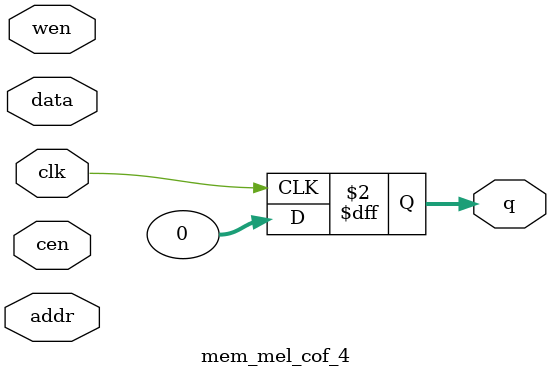
<source format=v>
module mem_mel_cof_4 (clk, addr, cen, wen, data, q);
parameter DATA_WIDTH =  32;
input clk;
input [11:0] addr;// Note
input cen;
input wen;
input [DATA_WIDTH-1:0]data;
output [DATA_WIDTH-1:0] q;
reg    [DATA_WIDTH-1:0] q;
always@(posedge clk) begin
    case(addr)
        default: q <= 0;
    endcase
end
endmodule

</source>
